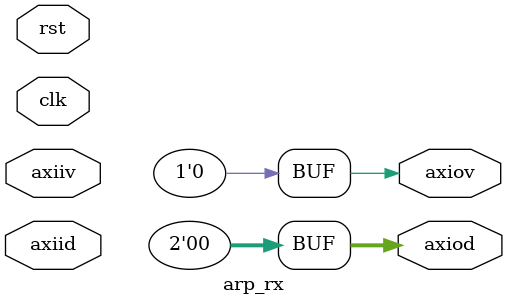
<source format=sv>
`timescale 1ns / 1ps
`default_nettype none


module arp_rx #(parameter N=2) (
    input wire clk,
    input wire rst,
    input wire axiiv,
    input wire [N-1:0] axiid,
    output logic axiov,
    output logic [N-1:0] axiod //Change later once we know what we want out of IP
  );
  assign axiov = 0;
  assign axiod = 0;
endmodule

`default_nettype wire

</source>
